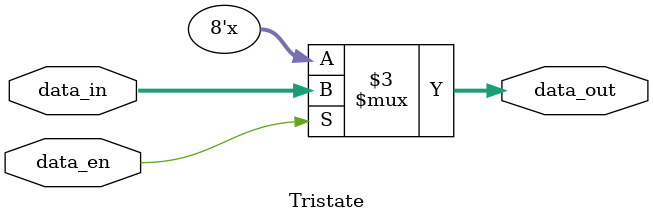
<source format=v>
module Tristate #(
    parameter data_width = 8
)
(
    input wire data_en ,
    input wire [data_width-1:0] data_in,
    output reg [data_width-1:0] data_out 
);
always @ (*)begin
    if(data_en)
    data_out = data_in;
    else
    data_out = 'bz;
end
endmodule
</source>
